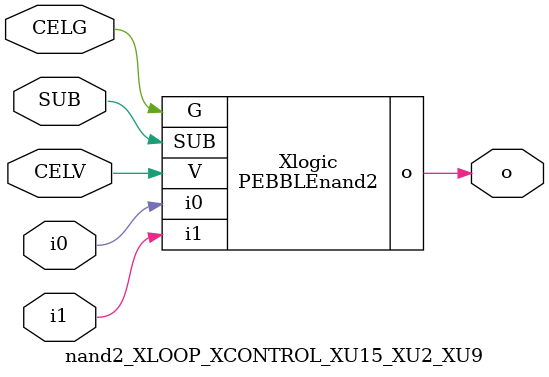
<source format=v>



module PEBBLEnand2 ( o, G, SUB, V, i0, i1 );

  input i0;
  input V;
  input i1;
  input G;
  output o;
  input SUB;
endmodule

//Celera Confidential Do Not Copy nand2_XLOOP_XCONTROL_XU15_XU2_XU9
//Celera Confidential Symbol Generator
//5V NAND2
module nand2_XLOOP_XCONTROL_XU15_XU2_XU9 (CELV,CELG,i0,i1,o,SUB);
input CELV;
input CELG;
input i0;
input i1;
input SUB;
output o;

//Celera Confidential Do Not Copy nand2
PEBBLEnand2 Xlogic(
.V (CELV),
.i0 (i0),
.i1 (i1),
.o (o),
.SUB (SUB),
.G (CELG)
);
//,diesize,PEBBLEnand2

//Celera Confidential Do Not Copy Module End
//Celera Schematic Generator
endmodule

</source>
